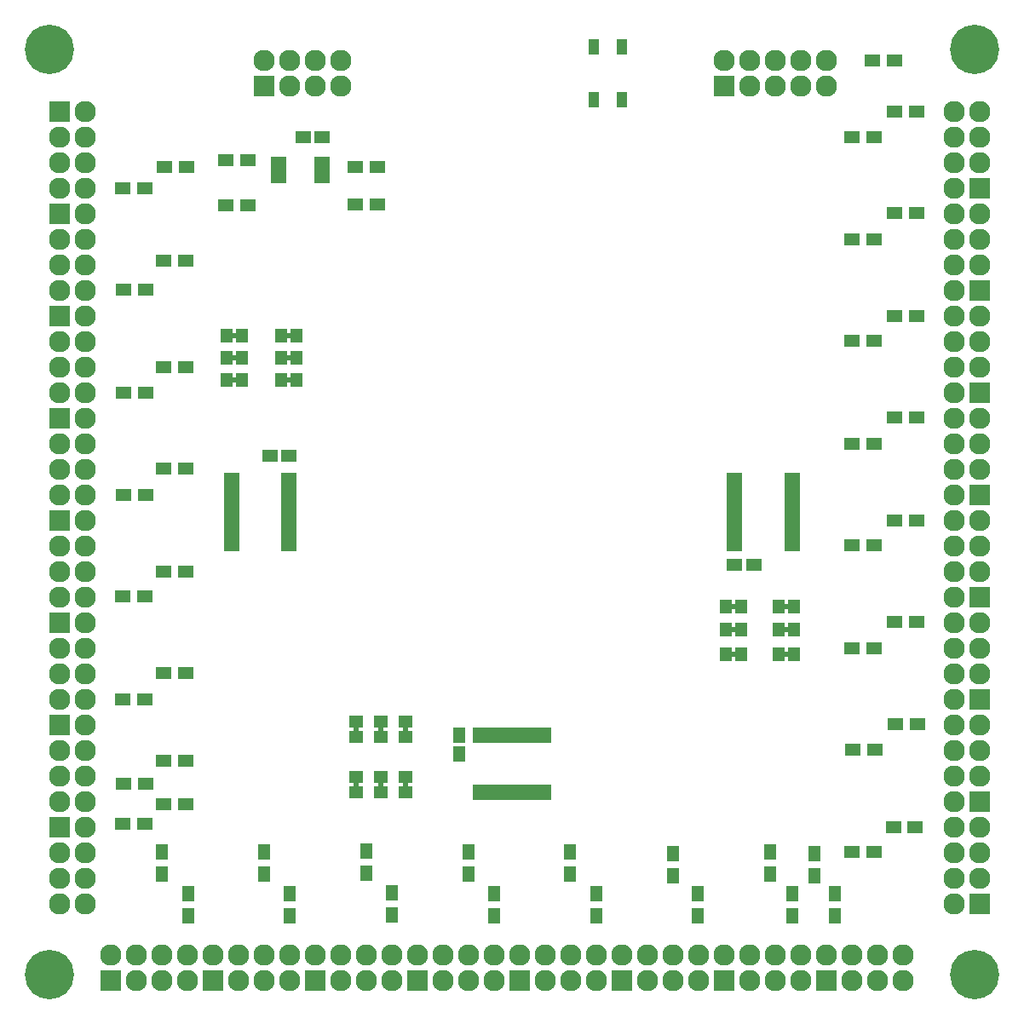
<source format=gbr>
G04 #@! TF.FileFunction,Soldermask,Top*
%FSLAX46Y46*%
G04 Gerber Fmt 4.6, Leading zero omitted, Abs format (unit mm)*
G04 Created by KiCad (PCBNEW 4.0.1-stable) date 2016/05/29 12:35:40*
%MOMM*%
G01*
G04 APERTURE LIST*
%ADD10C,0.100000*%
%ADD11R,1.200000X1.400000*%
%ADD12R,1.050000X0.600000*%
%ADD13R,1.400000X1.200000*%
%ADD14R,0.600000X1.050000*%
%ADD15R,2.127200X2.127200*%
%ADD16O,2.127200X2.127200*%
%ADD17R,1.600000X1.300000*%
%ADD18R,1.300000X1.600000*%
%ADD19R,1.100000X1.600000*%
%ADD20R,1.500000X0.800000*%
%ADD21R,0.800000X1.500000*%
%ADD22C,4.900000*%
%ADD23R,1.600000X1.150000*%
%ADD24R,1.150000X1.600000*%
G04 APERTURE END LIST*
D10*
D11*
X48150000Y-66900000D03*
X46650000Y-66900000D03*
D12*
X47900000Y-66900000D03*
X46900000Y-66900000D03*
D11*
X52050000Y-66900000D03*
X53550000Y-66900000D03*
D12*
X52300000Y-66900000D03*
X53300000Y-66900000D03*
D11*
X48150000Y-64700000D03*
X46650000Y-64700000D03*
D12*
X47900000Y-64700000D03*
X46900000Y-64700000D03*
D11*
X52050000Y-64700000D03*
X53550000Y-64700000D03*
D12*
X52300000Y-64700000D03*
X53300000Y-64700000D03*
D11*
X48150000Y-62500000D03*
X46650000Y-62500000D03*
D12*
X47900000Y-62500000D03*
X46900000Y-62500000D03*
D11*
X52050000Y-62500000D03*
X53550000Y-62500000D03*
D12*
X52300000Y-62500000D03*
X53300000Y-62500000D03*
D13*
X59500000Y-106350000D03*
X59500000Y-107850000D03*
D14*
X59500000Y-106600000D03*
X59500000Y-107600000D03*
D13*
X59500000Y-102350000D03*
X59500000Y-100850000D03*
D14*
X59500000Y-102100000D03*
X59500000Y-101100000D03*
D13*
X62000000Y-106350000D03*
X62000000Y-107850000D03*
D14*
X62000000Y-106600000D03*
X62000000Y-107600000D03*
D13*
X62000000Y-102350000D03*
X62000000Y-100850000D03*
D14*
X62000000Y-102100000D03*
X62000000Y-101100000D03*
D13*
X64400000Y-106350000D03*
X64400000Y-107850000D03*
D14*
X64400000Y-106600000D03*
X64400000Y-107600000D03*
D13*
X64400000Y-102350000D03*
X64400000Y-100850000D03*
D14*
X64400000Y-102100000D03*
X64400000Y-101100000D03*
D11*
X101550000Y-94100000D03*
X103050000Y-94100000D03*
D12*
X101800000Y-94100000D03*
X102800000Y-94100000D03*
D11*
X97750000Y-94100000D03*
X96250000Y-94100000D03*
D12*
X97500000Y-94100000D03*
X96500000Y-94100000D03*
D11*
X101550000Y-91700000D03*
X103050000Y-91700000D03*
D12*
X101800000Y-91700000D03*
X102800000Y-91700000D03*
D11*
X97750000Y-91700000D03*
X96250000Y-91700000D03*
D12*
X97500000Y-91700000D03*
X96500000Y-91700000D03*
D11*
X101550000Y-89400000D03*
X103050000Y-89400000D03*
D12*
X101800000Y-89400000D03*
X102800000Y-89400000D03*
D11*
X97750000Y-89400000D03*
X96250000Y-89400000D03*
D12*
X97500000Y-89400000D03*
X96500000Y-89400000D03*
D15*
X30080000Y-40160000D03*
D16*
X32620000Y-40160000D03*
X30080000Y-42700000D03*
X32620000Y-42700000D03*
X30080000Y-45240000D03*
X32620000Y-45240000D03*
X30080000Y-47780000D03*
X32620000Y-47780000D03*
D15*
X30080000Y-50320000D03*
D16*
X32620000Y-50320000D03*
X30080000Y-52860000D03*
X32620000Y-52860000D03*
X30080000Y-55400000D03*
X32620000Y-55400000D03*
X30080000Y-57940000D03*
X32620000Y-57940000D03*
D15*
X30080000Y-60480000D03*
D16*
X32620000Y-60480000D03*
X30080000Y-63020000D03*
X32620000Y-63020000D03*
X30080000Y-65560000D03*
X32620000Y-65560000D03*
X30080000Y-68100000D03*
X32620000Y-68100000D03*
D15*
X30080000Y-70640000D03*
D16*
X32620000Y-70640000D03*
X30080000Y-73180000D03*
X32620000Y-73180000D03*
X30080000Y-75720000D03*
X32620000Y-75720000D03*
X30080000Y-78260000D03*
X32620000Y-78260000D03*
D15*
X30080000Y-80800000D03*
D16*
X32620000Y-80800000D03*
X30080000Y-83340000D03*
X32620000Y-83340000D03*
X30080000Y-85880000D03*
X32620000Y-85880000D03*
X30080000Y-88420000D03*
X32620000Y-88420000D03*
D15*
X30080000Y-90960000D03*
D16*
X32620000Y-90960000D03*
X30080000Y-93500000D03*
X32620000Y-93500000D03*
X30080000Y-96040000D03*
X32620000Y-96040000D03*
X30080000Y-98580000D03*
X32620000Y-98580000D03*
D15*
X30080000Y-101120000D03*
D16*
X32620000Y-101120000D03*
X30080000Y-103660000D03*
X32620000Y-103660000D03*
X30080000Y-106200000D03*
X32620000Y-106200000D03*
X30080000Y-108740000D03*
X32620000Y-108740000D03*
D15*
X30080000Y-111280000D03*
D16*
X32620000Y-111280000D03*
X30080000Y-113820000D03*
X32620000Y-113820000D03*
X30080000Y-116360000D03*
X32620000Y-116360000D03*
X30080000Y-118900000D03*
X32620000Y-118900000D03*
D15*
X35160000Y-126520000D03*
D16*
X35160000Y-123980000D03*
X37700000Y-126520000D03*
X37700000Y-123980000D03*
X40240000Y-126520000D03*
X40240000Y-123980000D03*
X42780000Y-126520000D03*
X42780000Y-123980000D03*
D15*
X55480000Y-126520000D03*
D16*
X55480000Y-123980000D03*
X58020000Y-126520000D03*
X58020000Y-123980000D03*
X60560000Y-126520000D03*
X60560000Y-123980000D03*
X63100000Y-126520000D03*
X63100000Y-123980000D03*
D15*
X65640000Y-126520000D03*
D16*
X65640000Y-123980000D03*
X68180000Y-126520000D03*
X68180000Y-123980000D03*
X70720000Y-126520000D03*
X70720000Y-123980000D03*
X73260000Y-126520000D03*
X73260000Y-123980000D03*
D15*
X75800000Y-126520000D03*
D16*
X75800000Y-123980000D03*
X78340000Y-126520000D03*
X78340000Y-123980000D03*
X80880000Y-126520000D03*
X80880000Y-123980000D03*
X83420000Y-126520000D03*
X83420000Y-123980000D03*
D15*
X85960000Y-126520000D03*
D16*
X85960000Y-123980000D03*
X88500000Y-126520000D03*
X88500000Y-123980000D03*
X91040000Y-126520000D03*
X91040000Y-123980000D03*
X93580000Y-126520000D03*
X93580000Y-123980000D03*
D15*
X96120000Y-126520000D03*
D16*
X96120000Y-123980000D03*
X98660000Y-126520000D03*
X98660000Y-123980000D03*
X101200000Y-126520000D03*
X101200000Y-123980000D03*
X103740000Y-126520000D03*
X103740000Y-123980000D03*
D15*
X106280000Y-126520000D03*
D16*
X106280000Y-123980000D03*
X108820000Y-126520000D03*
X108820000Y-123980000D03*
X111360000Y-126520000D03*
X111360000Y-123980000D03*
X113900000Y-126520000D03*
X113900000Y-123980000D03*
D15*
X121520000Y-118900000D03*
D16*
X118980000Y-118900000D03*
X121520000Y-116360000D03*
X118980000Y-116360000D03*
X121520000Y-113820000D03*
X118980000Y-113820000D03*
X121520000Y-111280000D03*
X118980000Y-111280000D03*
D15*
X121520000Y-108740000D03*
D16*
X118980000Y-108740000D03*
X121520000Y-106200000D03*
X118980000Y-106200000D03*
X121520000Y-103660000D03*
X118980000Y-103660000D03*
X121520000Y-101120000D03*
X118980000Y-101120000D03*
D15*
X121520000Y-98580000D03*
D16*
X118980000Y-98580000D03*
X121520000Y-96040000D03*
X118980000Y-96040000D03*
X121520000Y-93500000D03*
X118980000Y-93500000D03*
X121520000Y-90960000D03*
X118980000Y-90960000D03*
D15*
X121520000Y-88420000D03*
D16*
X118980000Y-88420000D03*
X121520000Y-85880000D03*
X118980000Y-85880000D03*
X121520000Y-83340000D03*
X118980000Y-83340000D03*
X121520000Y-80800000D03*
X118980000Y-80800000D03*
D15*
X121520000Y-78260000D03*
D16*
X118980000Y-78260000D03*
X121520000Y-75720000D03*
X118980000Y-75720000D03*
X121520000Y-73180000D03*
X118980000Y-73180000D03*
X121520000Y-70640000D03*
X118980000Y-70640000D03*
D15*
X121520000Y-68100000D03*
D16*
X118980000Y-68100000D03*
X121520000Y-65560000D03*
X118980000Y-65560000D03*
X121520000Y-63020000D03*
X118980000Y-63020000D03*
X121520000Y-60480000D03*
X118980000Y-60480000D03*
D15*
X121520000Y-57940000D03*
D16*
X118980000Y-57940000D03*
X121520000Y-55400000D03*
X118980000Y-55400000D03*
X121520000Y-52860000D03*
X118980000Y-52860000D03*
X121520000Y-50320000D03*
X118980000Y-50320000D03*
D15*
X121520000Y-47780000D03*
D16*
X118980000Y-47780000D03*
X121520000Y-45240000D03*
X118980000Y-45240000D03*
X121520000Y-42700000D03*
X118980000Y-42700000D03*
X121520000Y-40160000D03*
X118980000Y-40160000D03*
D17*
X46600000Y-45000000D03*
X48800000Y-45000000D03*
X61600000Y-45700000D03*
X59400000Y-45700000D03*
X61600000Y-49400000D03*
X59400000Y-49400000D03*
X46600000Y-49500000D03*
X48800000Y-49500000D03*
X113000000Y-35100000D03*
X110800000Y-35100000D03*
X42700000Y-45700000D03*
X40500000Y-45700000D03*
X38500000Y-47800000D03*
X36300000Y-47800000D03*
X42600000Y-55000000D03*
X40400000Y-55000000D03*
X38600000Y-57900000D03*
X36400000Y-57900000D03*
X42600000Y-65600000D03*
X40400000Y-65600000D03*
X38600000Y-68100000D03*
X36400000Y-68100000D03*
X42600000Y-75700000D03*
X40400000Y-75700000D03*
X38600000Y-78300000D03*
X36400000Y-78300000D03*
X42600000Y-85900000D03*
X40400000Y-85900000D03*
X38500000Y-88400000D03*
X36300000Y-88400000D03*
X42600000Y-96000000D03*
X40400000Y-96000000D03*
X38500000Y-98600000D03*
X36300000Y-98600000D03*
X42600000Y-104700000D03*
X40400000Y-104700000D03*
X38600000Y-107000000D03*
X36400000Y-107000000D03*
X42600000Y-109000000D03*
X40400000Y-109000000D03*
X38500000Y-111000000D03*
X36300000Y-111000000D03*
D18*
X40200000Y-113800000D03*
X40200000Y-116000000D03*
X42800000Y-117900000D03*
X42800000Y-120100000D03*
X50400000Y-113800000D03*
X50400000Y-116000000D03*
X52900000Y-117900000D03*
X52900000Y-120100000D03*
X60500000Y-113700000D03*
X60500000Y-115900000D03*
X63100000Y-117800000D03*
X63100000Y-120000000D03*
X70700000Y-113800000D03*
X70700000Y-116000000D03*
X73200000Y-117900000D03*
X73200000Y-120100000D03*
X80800000Y-113800000D03*
X80800000Y-116000000D03*
X83400000Y-117900000D03*
X83400000Y-120100000D03*
X91000000Y-113900000D03*
X91000000Y-116100000D03*
X93500000Y-117900000D03*
X93500000Y-120100000D03*
X100700000Y-113800000D03*
X100700000Y-116000000D03*
X102900000Y-117900000D03*
X102900000Y-120100000D03*
X105100000Y-113900000D03*
X105100000Y-116100000D03*
X107100000Y-117900000D03*
X107100000Y-120100000D03*
D17*
X108800000Y-113800000D03*
X111000000Y-113800000D03*
X112900000Y-111300000D03*
X115100000Y-111300000D03*
X108900000Y-103600000D03*
X111100000Y-103600000D03*
X113100000Y-101100000D03*
X115300000Y-101100000D03*
X108800000Y-93500000D03*
X111000000Y-93500000D03*
X113000000Y-90900000D03*
X115200000Y-90900000D03*
X108800000Y-83300000D03*
X111000000Y-83300000D03*
X113000000Y-80800000D03*
X115200000Y-80800000D03*
X108800000Y-73200000D03*
X111000000Y-73200000D03*
X113000000Y-70600000D03*
X115200000Y-70600000D03*
X108800000Y-63000000D03*
X111000000Y-63000000D03*
X113000000Y-60500000D03*
X115200000Y-60500000D03*
X108800000Y-52900000D03*
X111000000Y-52900000D03*
X113000000Y-50300000D03*
X115200000Y-50300000D03*
X108800000Y-42700000D03*
X111000000Y-42700000D03*
X113000000Y-40200000D03*
X115200000Y-40200000D03*
D19*
X83100000Y-39000000D03*
X83100000Y-33800000D03*
X85900000Y-39000000D03*
X85900000Y-33800000D03*
D20*
X51850000Y-45025000D03*
X51850000Y-45675000D03*
X51850000Y-46325000D03*
X51850000Y-46975000D03*
X56150000Y-46975000D03*
X56150000Y-46325000D03*
X56150000Y-45675000D03*
X56150000Y-45025000D03*
X47150000Y-76425000D03*
X47150000Y-77075000D03*
X47150000Y-77725000D03*
X47150000Y-78375000D03*
X47150000Y-79025000D03*
X47150000Y-79675000D03*
X47150000Y-80325000D03*
X47150000Y-80975000D03*
X47150000Y-81625000D03*
X47150000Y-82275000D03*
X47150000Y-82925000D03*
X47150000Y-83575000D03*
X52850000Y-83575000D03*
X52850000Y-82925000D03*
X52850000Y-82275000D03*
X52850000Y-81625000D03*
X52850000Y-80975000D03*
X52850000Y-80325000D03*
X52850000Y-79675000D03*
X52850000Y-79025000D03*
X52850000Y-78375000D03*
X52850000Y-77725000D03*
X52850000Y-77075000D03*
X52850000Y-76425000D03*
D21*
X71425000Y-107850000D03*
X72075000Y-107850000D03*
X72725000Y-107850000D03*
X73375000Y-107850000D03*
X74025000Y-107850000D03*
X74675000Y-107850000D03*
X75325000Y-107850000D03*
X75975000Y-107850000D03*
X76625000Y-107850000D03*
X77275000Y-107850000D03*
X77925000Y-107850000D03*
X78575000Y-107850000D03*
X78575000Y-102150000D03*
X77925000Y-102150000D03*
X77275000Y-102150000D03*
X76625000Y-102150000D03*
X75975000Y-102150000D03*
X75325000Y-102150000D03*
X74675000Y-102150000D03*
X74025000Y-102150000D03*
X73375000Y-102150000D03*
X72725000Y-102150000D03*
X72075000Y-102150000D03*
X71425000Y-102150000D03*
D20*
X102850000Y-83575000D03*
X102850000Y-82925000D03*
X102850000Y-82275000D03*
X102850000Y-81625000D03*
X102850000Y-80975000D03*
X102850000Y-80325000D03*
X102850000Y-79675000D03*
X102850000Y-79025000D03*
X102850000Y-78375000D03*
X102850000Y-77725000D03*
X102850000Y-77075000D03*
X102850000Y-76425000D03*
X97150000Y-76425000D03*
X97150000Y-77075000D03*
X97150000Y-77725000D03*
X97150000Y-78375000D03*
X97150000Y-79025000D03*
X97150000Y-79675000D03*
X97150000Y-80325000D03*
X97150000Y-80975000D03*
X97150000Y-81625000D03*
X97150000Y-82275000D03*
X97150000Y-82925000D03*
X97150000Y-83575000D03*
D15*
X50400000Y-37620000D03*
D16*
X50400000Y-35080000D03*
X52940000Y-37620000D03*
X52940000Y-35080000D03*
X55480000Y-37620000D03*
X55480000Y-35080000D03*
X58020000Y-37620000D03*
X58020000Y-35080000D03*
D22*
X29000000Y-34000000D03*
X29000000Y-126000000D03*
X121000000Y-34000000D03*
X121000000Y-126000000D03*
D15*
X45320000Y-126520000D03*
D16*
X45320000Y-123980000D03*
X47860000Y-126520000D03*
X47860000Y-123980000D03*
X50400000Y-126520000D03*
X50400000Y-123980000D03*
X52940000Y-126520000D03*
X52940000Y-123980000D03*
D15*
X96120000Y-37620000D03*
D16*
X96120000Y-35080000D03*
X98660000Y-37620000D03*
X98660000Y-35080000D03*
X101200000Y-37620000D03*
X101200000Y-35080000D03*
X103740000Y-37620000D03*
X103740000Y-35080000D03*
X106280000Y-37620000D03*
X106280000Y-35080000D03*
D23*
X56150000Y-42700000D03*
X54250000Y-42700000D03*
X52850000Y-74400000D03*
X50950000Y-74400000D03*
D24*
X69800000Y-102150000D03*
X69800000Y-104050000D03*
D23*
X97150000Y-85200000D03*
X99050000Y-85200000D03*
M02*

</source>
